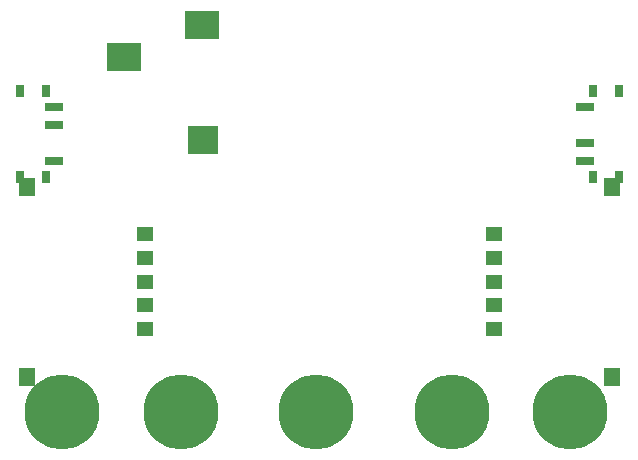
<source format=gbr>
G04 DipTrace 3.3.1.1*
G04 BottomAssy.gbr*
%MOIN*%
G04 #@! TF.FileFunction,Drawing,Bot*
G04 #@! TF.Part,Single*
G04 #@! TA.AperFunction,ComponentPad*
%ADD17C,0.25*%
%ADD21R,0.104331X0.094488*%
%ADD22R,0.116142X0.094488*%
%ADD27R,0.059055X0.027559*%
%ADD28R,0.031496X0.03937*%
%ADD29R,0.055118X0.059055*%
%ADD30R,0.055118X0.047244*%
%FSLAX26Y26*%
G04*
G70*
G90*
G75*
G01*
G04 BotAssy*
%LPD*%
D17*
X551181Y629923D3*
X944882D3*
X1397638D3*
X1850394D3*
X2244094D3*
D21*
X1020669Y1536173D3*
D22*
X756890Y1811764D3*
X1014764Y1918063D3*
D27*
X2293307Y1643702D3*
Y1525592D3*
Y1466537D3*
D28*
X2318898Y1698820D3*
X2405512D3*
X2318898Y1411419D3*
X2405512D3*
D27*
X521654Y1466537D3*
Y1584647D3*
Y1643702D3*
D28*
X496063Y1411419D3*
X409449D3*
X496063Y1698820D3*
X409449D3*
D29*
X2381890Y1379923D3*
Y746064D3*
D30*
X1988189Y1062993D3*
Y1141734D3*
Y984253D3*
Y905513D3*
Y1220474D3*
D29*
X433071Y746064D3*
Y1379923D3*
D30*
X826772Y1062993D3*
Y984253D3*
Y1141734D3*
Y1220474D3*
Y905513D3*
M02*

</source>
